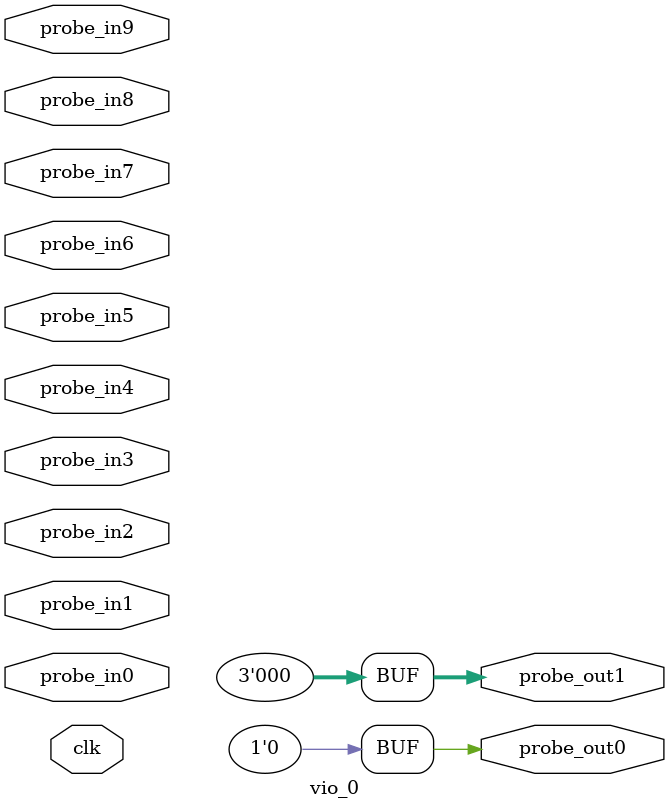
<source format=v>
`timescale 1ns / 1ps
module vio_0 (
clk,
probe_in0,probe_in1,probe_in2,probe_in3,probe_in4,probe_in5,probe_in6,probe_in7,probe_in8,probe_in9,
probe_out0,
probe_out1
);

input clk;
input [0 : 0] probe_in0;
input [2 : 0] probe_in1;
input [0 : 0] probe_in2;
input [0 : 0] probe_in3;
input [0 : 0] probe_in4;
input [0 : 0] probe_in5;
input [0 : 0] probe_in6;
input [0 : 0] probe_in7;
input [0 : 0] probe_in8;
input [0 : 0] probe_in9;

output reg [0 : 0] probe_out0 = 'h0 ;
output reg [2 : 0] probe_out1 = 'h0 ;


endmodule

</source>
